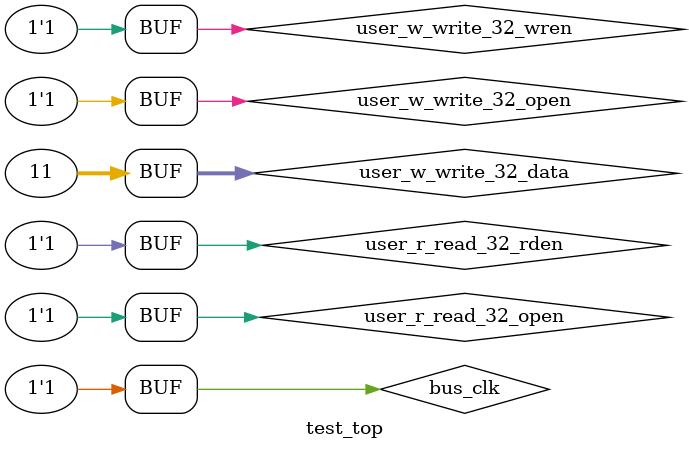
<source format=v>
`timescale 1ns / 1ps


module test_top;

	// Inputs
	reg bus_clk;
	reg user_w_write_32_open;
	reg [31:0] user_w_write_32_data;
	reg user_w_write_32_wren;
	reg user_r_read_32_open;
	reg user_r_read_32_rden;

	// Outputs
	wire user_w_write_32_full;
//	wire k_done;
//	wire k_idle;
//	wire k_ready;
	wire [31:0] user_r_read_32_data;
	wire user_r_read_32_empty;

	// Instantiate the Unit Under Test (UUT)
	top uut (
		.bus_clk(bus_clk), 
		.user_w_write_32_open(user_w_write_32_open), 
		.user_w_write_32_data(user_w_write_32_data), 
		.user_w_write_32_wren(user_w_write_32_wren), 
		.user_w_write_32_full(user_w_write_32_full), 
		.user_r_read_32_open(user_r_read_32_open), 
//		.k_done(k_done), 
//		.k_idle(k_idle), 
//		.k_ready(k_ready), 
		.user_r_read_32_rden(user_r_read_32_rden), 
		.user_r_read_32_data(user_r_read_32_data), 
		.user_r_read_32_empty(user_r_read_32_empty)
	);
	
	parameter PERIOD = 20;

   always begin
      bus_clk = 1'b0;
      #(PERIOD/2) bus_clk = 1'b1;
      #(PERIOD/2);
   end  
	
	 // Clock cycle
  integer cycle;
  initial cycle = 0;
  always @(posedge bus_clk)
    cycle = cycle + 1;


	initial begin
		// Initialize Inputs		
		user_w_write_32_open = 0;
		user_w_write_32_data = 0;
		user_w_write_32_wren = 0;
		user_r_read_32_open = 0;
		user_r_read_32_rden = 0;
		
		// Wait 100 ns for global reset to finish
		#100;
		
		// Add stimulus here
		user_w_write_32_open = 1;
		
		//Waiting for system to load the schedule into the FU instruction memories
		#200;
		
		user_w_write_32_data = 1;	//Start sending data to the input fifo in a streaming fashion
		user_w_write_32_wren = 1;
		user_r_read_32_open = 1;
		user_r_read_32_rden = 1;
		#20;		
		user_w_write_32_data = 2;		
		#20;
		user_w_write_32_data = 3;		
		#20;
		user_w_write_32_data = 4;		
		#20;
		user_w_write_32_data = 5;		
		#20;
		user_w_write_32_data = 6;		
		#20;
		user_w_write_32_data = 7;		
		#20;
		user_w_write_32_data = 8;		
		#20;
		user_w_write_32_data = 9;		
		#20;
		user_w_write_32_data = 10;		
		#20;
		user_w_write_32_data = 11;		
		#20;
		user_w_write_32_data = 1;
		#20;
		user_w_write_32_data = 2;		
		#20;
		user_w_write_32_data = 3;		
		#20;
		user_w_write_32_data = 4;		
		#20;
		user_w_write_32_data = 5;		
		#20;
		user_w_write_32_data = 6;		
		#20;
		user_w_write_32_data = 7;		
		#20;
		user_w_write_32_data = 8;		
		#20;
		user_w_write_32_data = 9;		
		#20;
		user_w_write_32_data = 10;		
		#20;
		user_w_write_32_data = 11;
		#20;
		user_w_write_32_data = 1;
		#20;
		user_w_write_32_data = 2;		
		#20;
		user_w_write_32_data = 3;		
		#20;
		user_w_write_32_data = 4;		
		#20;
		user_w_write_32_data = 5;		
		#20;
		user_w_write_32_data = 6;		
		#20;
		user_w_write_32_data = 7;		
		#20;
		user_w_write_32_data = 8;		
		#20;
		user_w_write_32_data = 9;		
		#20;
		user_w_write_32_data = 10;		
		#20;
		user_w_write_32_data = 11;		
		#20;
//		user_w_write_32_wren = 0;
//		$finish();
	end
      
endmodule


</source>
